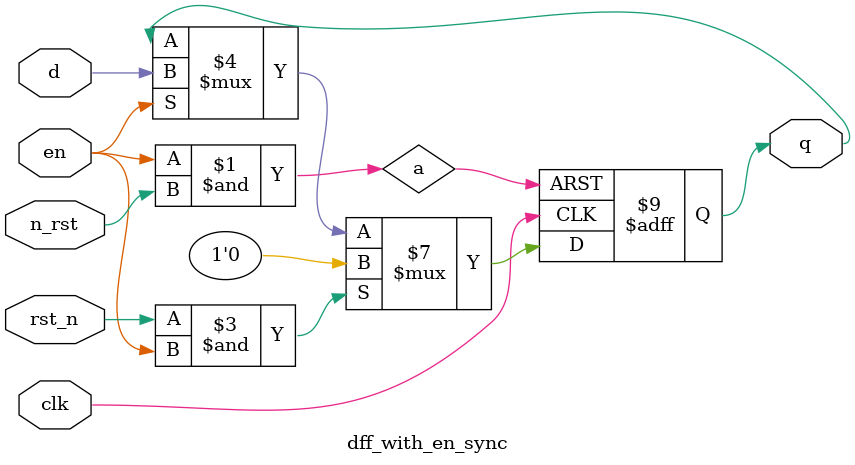
<source format=v>
module dff_with_en_sync
(
	input clk,
	input en,
	input n_rst,
	input rst_n,
   input d,
   output reg q
);
	
	wire a = en & n_rst;
  
	always @(posedge clk or posedge a)
	begin
		if (a)
		begin
			q <= 1'b0;
		end
		else begin
			if(rst_n & en)begin
				q <= 1'b0;
			end
			else if (en)
				q <= d;
		end
	end


endmodule

</source>
